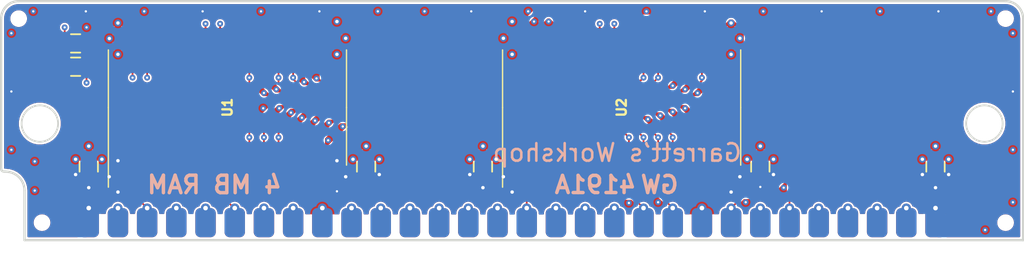
<source format=kicad_pcb>
(kicad_pcb (version 20171130) (host pcbnew "(5.1.10-1-10_14)")
  (layers (0 F.Cu signal) (1 In1.Cu power) (2 In2.Cu signal) (31 B.Cu power) (34 B.Paste user) (35 F.Paste user) (36 B.SilkS user) (37 F.SilkS user) (38 B.Mask user) (39 F.Mask user) (44 Edge.Cuts user))
  (net 0 "")
  (net 1 +5V)
  (net 2 /D0)
  (net 3 /D1)
  (net 4 /~WE~)
  (net 5 /~RAS~)
  (net 6 /~CAS~)
  (net 7 /D2)
  (net 8 /D3)
  (net 9 GND)
  (net 10 /D4)
  (net 11 /D5)
  (net 12 /D6)
  (net 13 /D7)
  (net 14 /QP)
  (net 15 /~CASP~)
  (net 16 /DP)
  (net 17 /1A0)
  (net 18 /1A1)
  (net 19 /1A2)
  (net 20 /1A3)
  (net 21 /1A4)
  (net 22 /1A5)
  (net 23 /1A6)
  (net 24 /1A7)
  (net 25 /1A8)
  (net 26 /1A10)
  (net 27 /1A9)
  (net 28 "Net-(U1-Pad27)")
  (net 29 "Net-(U1-Pad24)")
  (net 30 /1A11)
  (net 31 "Net-(U2-Pad27)")
  (net 32 "Net-(U2-Pad24)")
  (net 33 /~OE~)
  (net 34 "Net-(U1-Pad29)")
  (net 35 "Net-(U1-Pad28)")
  (net 36 "Net-(U1-Pad7)")
  (net 37 "Net-(U1-Pad6)")
  (net 38 "Net-(U1-Pad5)")
  (net 39 "Net-(U1-Pad4)")
  (net 40 "Net-(U2-Pad4)")
  (net 41 "Net-(U2-Pad5)")
  (net 42 "Net-(U2-Pad6)")
  (net 43 "Net-(U2-Pad7)")
  (net 44 "Net-(U2-Pad28)")
  (net 45 "Net-(U2-Pad29)")
  (module stdpads:SOP-32_400mil (layer F.Cu) (at 95.885 90.043 90)
    (fp_text reference U1)
    (fp_text value KM44C16104)
    (fp_text user %R (at 0 0 90) (layer F.SilkS) (effects (font (size 0.8128 0.8128) (thickness 0.2032))))
    (pad 1 smd roundrect (at -6.015 -9.525 90) (size 1.85 0.6) (layers F.Cu F.Paste F.Mask) (net 1 +5V))
    (pad 2 smd roundrect (at -6.015 -8.255 90) (size 1.85 0.6) (layers F.Cu F.Paste F.Mask) (net 2 /D0))
    (pad 3 smd roundrect (at -6.015 -6.985 90) (size 1.85 0.6) (layers F.Cu F.Paste F.Mask) (net 3 /D1))
    (pad 4 smd roundrect (at -6.015 -5.715 90) (size 1.85 0.6) (layers F.Cu F.Paste F.Mask) (net 39 "Net-(U1-Pad4)"))
    (pad 5 smd roundrect (at -6.015 -4.445 90) (size 1.85 0.6) (layers F.Cu F.Paste F.Mask) (net 38 "Net-(U1-Pad5)"))
    (pad 6 smd roundrect (at -6.015 -3.175 90) (size 1.85 0.6) (layers F.Cu F.Paste F.Mask) (net 37 "Net-(U1-Pad6)"))
    (pad 7 smd roundrect (at -6.015 -1.905 90) (size 1.85 0.6) (layers F.Cu F.Paste F.Mask) (net 36 "Net-(U1-Pad7)"))
    (pad 8 smd roundrect (at -6.015 -0.635 90) (size 1.85 0.6) (layers F.Cu F.Paste F.Mask) (net 4 /~WE~))
    (pad 9 smd roundrect (at -6.015 0.635 90) (size 1.85 0.6) (layers F.Cu F.Paste F.Mask) (net 5 /~RAS~))
    (pad 10 smd roundrect (at -6.015 1.905 90) (size 1.85 0.6) (layers F.Cu F.Paste F.Mask) (net 17 /1A0))
    (pad 11 smd roundrect (at -6.015 3.175 90) (size 1.85 0.6) (layers F.Cu F.Paste F.Mask) (net 18 /1A1))
    (pad 12 smd roundrect (at -6.015 4.445 90) (size 1.85 0.6) (layers F.Cu F.Paste F.Mask) (net 19 /1A2))
    (pad 13 smd roundrect (at -6.015 5.715 90) (size 1.85 0.6) (layers F.Cu F.Paste F.Mask) (net 20 /1A3))
    (pad 14 smd roundrect (at -6.015 6.985 90) (size 1.85 0.6) (layers F.Cu F.Paste F.Mask) (net 21 /1A4))
    (pad 15 smd roundrect (at -6.015 8.255 90) (size 1.85 0.6) (layers F.Cu F.Paste F.Mask) (net 22 /1A5))
    (pad 16 smd roundrect (at -6.015 9.525 90) (size 1.85 0.6) (layers F.Cu F.Paste F.Mask) (net 1 +5V))
    (pad 17 smd roundrect (at 6.015 9.525 90) (size 1.85 0.6) (layers F.Cu F.Paste F.Mask) (net 9 GND))
    (pad 18 smd roundrect (at 6.015 8.255 90) (size 1.85 0.6) (layers F.Cu F.Paste F.Mask) (net 23 /1A6))
    (pad 19 smd roundrect (at 6.015 6.985 90) (size 1.85 0.6) (layers F.Cu F.Paste F.Mask) (net 24 /1A7))
    (pad 20 smd roundrect (at 6.015 5.715 90) (size 1.85 0.6) (layers F.Cu F.Paste F.Mask) (net 25 /1A8))
    (pad 21 smd roundrect (at 6.015 4.445 90) (size 1.85 0.6) (layers F.Cu F.Paste F.Mask) (net 27 /1A9))
    (pad 22 smd roundrect (at 6.015 3.175 90) (size 1.85 0.6) (layers F.Cu F.Paste F.Mask) (net 26 /1A10))
    (pad 23 smd roundrect (at 6.015 1.905 90) (size 1.85 0.6) (layers F.Cu F.Paste F.Mask) (net 30 /1A11))
    (pad 24 smd roundrect (at 6.015 0.635 90) (size 1.85 0.6) (layers F.Cu F.Paste F.Mask) (net 29 "Net-(U1-Pad24)"))
    (pad 25 smd roundrect (at 6.015 -0.635 90) (size 1.85 0.6) (layers F.Cu F.Paste F.Mask) (net 33 /~OE~))
    (pad 26 smd roundrect (at 6.015 -1.905 90) (size 1.85 0.6) (layers F.Cu F.Paste F.Mask) (net 6 /~CAS~))
    (pad 27 smd roundrect (at 6.015 -3.175 90) (size 1.85 0.6) (layers F.Cu F.Paste F.Mask) (net 28 "Net-(U1-Pad27)"))
    (pad 28 smd roundrect (at 6.015 -4.445 90) (size 1.85 0.6) (layers F.Cu F.Paste F.Mask) (net 35 "Net-(U1-Pad28)"))
    (pad 29 smd roundrect (at 6.015 -5.715 90) (size 1.85 0.6) (layers F.Cu F.Paste F.Mask) (net 34 "Net-(U1-Pad29)"))
    (pad 30 smd roundrect (at 6.015 -6.985 90) (size 1.85 0.6) (layers F.Cu F.Paste F.Mask) (net 7 /D2))
    (pad 31 smd roundrect (at 6.015 -8.255 90) (size 1.85 0.6) (layers F.Cu F.Paste F.Mask) (net 8 /D3))
    (pad 32 smd roundrect (at 6.015 -9.525 90) (size 1.85 0.6) (layers F.Cu F.Paste F.Mask) (net 9 GND))
  )
  (module stdpads:SOP-32_400mil (layer F.Cu) (at 130.175 90.043 90)
    (fp_text reference U2)
    (fp_text value KM44C16104)
    (fp_text user %R (at 0 0 90) (layer F.SilkS) (effects (font (size 0.8128 0.8128) (thickness 0.2032))))
    (pad 1 smd roundrect (at -6.015 -9.525 90) (size 1.85 0.6) (layers F.Cu F.Paste F.Mask) (net 1 +5V))
    (pad 2 smd roundrect (at -6.015 -8.255 90) (size 1.85 0.6) (layers F.Cu F.Paste F.Mask) (net 10 /D4))
    (pad 3 smd roundrect (at -6.015 -6.985 90) (size 1.85 0.6) (layers F.Cu F.Paste F.Mask) (net 11 /D5))
    (pad 4 smd roundrect (at -6.015 -5.715 90) (size 1.85 0.6) (layers F.Cu F.Paste F.Mask) (net 40 "Net-(U2-Pad4)"))
    (pad 5 smd roundrect (at -6.015 -4.445 90) (size 1.85 0.6) (layers F.Cu F.Paste F.Mask) (net 41 "Net-(U2-Pad5)"))
    (pad 6 smd roundrect (at -6.015 -3.175 90) (size 1.85 0.6) (layers F.Cu F.Paste F.Mask) (net 42 "Net-(U2-Pad6)"))
    (pad 7 smd roundrect (at -6.015 -1.905 90) (size 1.85 0.6) (layers F.Cu F.Paste F.Mask) (net 43 "Net-(U2-Pad7)"))
    (pad 8 smd roundrect (at -6.015 -0.635 90) (size 1.85 0.6) (layers F.Cu F.Paste F.Mask) (net 4 /~WE~))
    (pad 9 smd roundrect (at -6.015 0.635 90) (size 1.85 0.6) (layers F.Cu F.Paste F.Mask) (net 5 /~RAS~))
    (pad 10 smd roundrect (at -6.015 1.905 90) (size 1.85 0.6) (layers F.Cu F.Paste F.Mask) (net 22 /1A5))
    (pad 11 smd roundrect (at -6.015 3.175 90) (size 1.85 0.6) (layers F.Cu F.Paste F.Mask) (net 21 /1A4))
    (pad 12 smd roundrect (at -6.015 4.445 90) (size 1.85 0.6) (layers F.Cu F.Paste F.Mask) (net 20 /1A3))
    (pad 13 smd roundrect (at -6.015 5.715 90) (size 1.85 0.6) (layers F.Cu F.Paste F.Mask) (net 19 /1A2))
    (pad 14 smd roundrect (at -6.015 6.985 90) (size 1.85 0.6) (layers F.Cu F.Paste F.Mask) (net 18 /1A1))
    (pad 15 smd roundrect (at -6.015 8.255 90) (size 1.85 0.6) (layers F.Cu F.Paste F.Mask) (net 17 /1A0))
    (pad 16 smd roundrect (at -6.015 9.525 90) (size 1.85 0.6) (layers F.Cu F.Paste F.Mask) (net 1 +5V))
    (pad 17 smd roundrect (at 6.015 9.525 90) (size 1.85 0.6) (layers F.Cu F.Paste F.Mask) (net 9 GND))
    (pad 18 smd roundrect (at 6.015 8.255 90) (size 1.85 0.6) (layers F.Cu F.Paste F.Mask) (net 30 /1A11))
    (pad 19 smd roundrect (at 6.015 6.985 90) (size 1.85 0.6) (layers F.Cu F.Paste F.Mask) (net 26 /1A10))
    (pad 20 smd roundrect (at 6.015 5.715 90) (size 1.85 0.6) (layers F.Cu F.Paste F.Mask) (net 27 /1A9))
    (pad 21 smd roundrect (at 6.015 4.445 90) (size 1.85 0.6) (layers F.Cu F.Paste F.Mask) (net 25 /1A8))
    (pad 22 smd roundrect (at 6.015 3.175 90) (size 1.85 0.6) (layers F.Cu F.Paste F.Mask) (net 24 /1A7))
    (pad 23 smd roundrect (at 6.015 1.905 90) (size 1.85 0.6) (layers F.Cu F.Paste F.Mask) (net 23 /1A6))
    (pad 24 smd roundrect (at 6.015 0.635 90) (size 1.85 0.6) (layers F.Cu F.Paste F.Mask) (net 32 "Net-(U2-Pad24)"))
    (pad 25 smd roundrect (at 6.015 -0.635 90) (size 1.85 0.6) (layers F.Cu F.Paste F.Mask) (net 33 /~OE~))
    (pad 26 smd roundrect (at 6.015 -1.905 90) (size 1.85 0.6) (layers F.Cu F.Paste F.Mask) (net 6 /~CAS~))
    (pad 27 smd roundrect (at 6.015 -3.175 90) (size 1.85 0.6) (layers F.Cu F.Paste F.Mask) (net 31 "Net-(U2-Pad27)"))
    (pad 28 smd roundrect (at 6.015 -4.445 90) (size 1.85 0.6) (layers F.Cu F.Paste F.Mask) (net 44 "Net-(U2-Pad28)"))
    (pad 29 smd roundrect (at 6.015 -5.715 90) (size 1.85 0.6) (layers F.Cu F.Paste F.Mask) (net 45 "Net-(U2-Pad29)"))
    (pad 30 smd roundrect (at 6.015 -6.985 90) (size 1.85 0.6) (layers F.Cu F.Paste F.Mask) (net 12 /D6))
    (pad 31 smd roundrect (at 6.015 -8.255 90) (size 1.85 0.6) (layers F.Cu F.Paste F.Mask) (net 13 /D7))
    (pad 32 smd roundrect (at 6.015 -9.525 90) (size 1.85 0.6) (layers F.Cu F.Paste F.Mask) (net 9 GND))
  )
  (module stdpads:PasteHole_1.152mm_NPTH (layer F.Cu) (at 163.576 100.076)
    (fp_text reference H3)
    (fp_text value MountingHole hide)
    (pad "" np_thru_hole circle (at 0 0) (size 1.152 1.152) (drill 1.152) (layers *.Cu *.Mask))
  )
  (module stdpads:PasteHole_1.152mm_NPTH (layer F.Cu) (at 79.756 100.076)
    (fp_text reference H4)
    (fp_text value MountingHole hide)
    (pad "" np_thru_hole circle (at 0 0) (size 1.152 1.152) (drill 1.152) (layers *.Cu *.Mask))
  )
  (module stdpads:PasteHole_1.152mm_NPTH (layer F.Cu) (at 163.576 82.296)
    (fp_text reference H2)
    (fp_text value MountingHole hide)
    (pad "" np_thru_hole circle (at 0 0) (size 1.152 1.152) (drill 1.152) (layers *.Cu *.Mask))
  )
  (module stdpads:SIMM-30_Edge (layer F.Cu) (at 120.65 99.822)
    (fp_text reference J1)
    (fp_text value DRAM-SIMM-30)
    (pad 1 smd roundrect (at -36.83 0.254) (size 1.778 2.54) (layers B.Cu B.Mask) (net 1 +5V))
    (pad 1 smd roundrect (at -36.83 0.254) (size 1.778 2.54) (layers F.Cu F.Mask) (net 1 +5V))
    (pad 2 smd roundrect (at -34.29 0.254) (size 1.778 2.54) (layers B.Cu B.Mask) (net 6 /~CAS~))
    (pad 3 smd roundrect (at -31.75 0.254) (size 1.778 2.54) (layers B.Cu B.Mask) (net 2 /D0))
    (pad 4 smd roundrect (at -29.21 0.254) (size 1.778 2.54) (layers B.Cu B.Mask) (net 17 /1A0))
    (pad 5 smd roundrect (at -26.67 0.254) (size 1.778 2.54) (layers B.Cu B.Mask) (net 18 /1A1))
    (pad 6 smd roundrect (at -24.13 0.254) (size 1.778 2.54) (layers B.Cu B.Mask) (net 3 /D1))
    (pad 7 smd roundrect (at -21.59 0.254) (size 1.778 2.54) (layers B.Cu B.Mask) (net 19 /1A2))
    (pad 8 smd roundrect (at -19.05 0.254) (size 1.778 2.54) (layers B.Cu B.Mask) (net 30 /1A11))
    (pad 9 smd roundrect (at -16.51 0.254) (size 1.778 2.54) (layers B.Cu B.Mask) (net 9 GND))
    (pad 10 smd roundrect (at -13.97 0.254) (size 1.778 2.54) (layers B.Cu B.Mask) (net 7 /D2))
    (pad 11 smd roundrect (at -11.43 0.254) (size 1.778 2.54) (layers B.Cu B.Mask) (net 27 /1A9))
    (pad 12 smd roundrect (at -8.89 0.254) (size 1.778 2.54) (layers B.Cu B.Mask) (net 25 /1A8))
    (pad 13 smd roundrect (at -6.35 0.254) (size 1.778 2.54) (layers B.Cu B.Mask) (net 8 /D3))
    (pad 14 smd roundrect (at -3.81 0.254) (size 1.778 2.54) (layers B.Cu B.Mask) (net 23 /1A6))
    (pad 15 smd roundrect (at -1.27 0.254) (size 1.778 2.54) (layers B.Cu B.Mask) (net 24 /1A7))
    (pad 16 smd roundrect (at 1.27 0.254) (size 1.778 2.54) (layers B.Cu B.Mask) (net 10 /D4))
    (pad 17 smd roundrect (at 3.81 0.254) (size 1.778 2.54) (layers B.Cu B.Mask) (net 26 /1A10))
    (pad 18 smd roundrect (at 6.35 0.254) (size 1.778 2.54) (layers B.Cu B.Mask) (net 22 /1A5))
    (pad 19 smd roundrect (at 8.89 0.254) (size 1.778 2.54) (layers B.Cu B.Mask) (net 21 /1A4))
    (pad 20 smd roundrect (at 11.43 0.254) (size 1.778 2.54) (layers B.Cu B.Mask) (net 11 /D5))
    (pad 21 smd roundrect (at 13.97 0.254) (size 1.778 2.54) (layers B.Cu B.Mask) (net 4 /~WE~))
    (pad 22 smd roundrect (at 16.51 0.254) (size 1.778 2.54) (layers B.Cu B.Mask) (net 9 GND))
    (pad 23 smd roundrect (at 19.05 0.254) (size 1.778 2.54) (layers B.Cu B.Mask) (net 12 /D6))
    (pad 24 smd roundrect (at 21.59 0.254) (size 1.778 2.54) (layers B.Cu B.Mask) (net 20 /1A3))
    (pad 25 smd roundrect (at 24.13 0.254) (size 1.778 2.54) (layers B.Cu B.Mask) (net 13 /D7))
    (pad 26 smd roundrect (at 26.67 0.254) (size 1.778 2.54) (layers B.Cu B.Mask) (net 14 /QP))
    (pad 27 smd roundrect (at 29.21 0.254) (size 1.778 2.54) (layers B.Cu B.Mask) (net 5 /~RAS~))
    (pad 28 smd roundrect (at 31.75 0.254) (size 1.778 2.54) (layers B.Cu B.Mask) (net 15 /~CASP~))
    (pad 29 smd roundrect (at 34.29 0.254) (size 1.778 2.54) (layers B.Cu B.Mask) (net 16 /DP))
    (pad 30 smd roundrect (at 36.83 0.254) (size 1.778 2.54) (layers B.Cu B.Mask) (net 1 +5V))
    (pad 2 smd roundrect (at -34.29 0.254) (size 1.778 2.54) (layers F.Cu F.Mask) (net 6 /~CAS~))
    (pad 3 thru_hole circle (at -31.75 -1.016) (size 0.8 0.8) (drill 0.4) (layers *.Cu *.Mask) (net 2 /D0))
    (pad 11 smd roundrect (at -11.43 0.254) (size 1.778 2.54) (layers F.Cu F.Mask) (net 27 /1A9))
    (pad 5 smd roundrect (at -26.67 0.254) (size 1.778 2.54) (layers F.Cu F.Mask) (net 18 /1A1))
    (pad 12 smd roundrect (at -8.89 0.254) (size 1.778 2.54) (layers F.Cu F.Mask) (net 25 /1A8))
    (pad 26 smd roundrect (at 26.67 0.254) (size 1.778 2.54) (layers F.Cu F.Mask) (net 14 /QP))
    (pad 13 smd roundrect (at -6.35 0.254) (size 1.778 2.54) (layers F.Cu F.Mask) (net 8 /D3))
    (pad 14 smd roundrect (at -3.81 0.254) (size 1.778 2.54) (layers F.Cu F.Mask) (net 23 /1A6))
    (pad 4 smd roundrect (at -29.21 0.254) (size 1.778 2.54) (layers F.Cu F.Mask) (net 17 /1A0))
    (pad 29 smd roundrect (at 34.29 0.254) (size 1.778 2.54) (layers F.Cu F.Mask) (net 16 /DP))
    (pad 3 smd roundrect (at -31.75 0.254) (size 1.778 2.54) (layers F.Cu F.Mask) (net 2 /D0))
    (pad 24 smd roundrect (at 21.59 0.254) (size 1.778 2.54) (layers F.Cu F.Mask) (net 20 /1A3))
    (pad 16 smd roundrect (at 1.27 0.254) (size 1.778 2.54) (layers F.Cu F.Mask) (net 10 /D4))
    (pad 20 smd roundrect (at 11.43 0.254) (size 1.778 2.54) (layers F.Cu F.Mask) (net 11 /D5))
    (pad 23 smd roundrect (at 19.05 0.254) (size 1.778 2.54) (layers F.Cu F.Mask) (net 12 /D6))
    (pad 9 smd roundrect (at -16.51 0.254) (size 1.778 2.54) (layers F.Cu F.Mask) (net 9 GND))
    (pad 18 smd roundrect (at 6.35 0.254) (size 1.778 2.54) (layers F.Cu F.Mask) (net 22 /1A5))
    (pad 21 smd roundrect (at 13.97 0.254) (size 1.778 2.54) (layers F.Cu F.Mask) (net 4 /~WE~))
    (pad 19 smd roundrect (at 8.89 0.254) (size 1.778 2.54) (layers F.Cu F.Mask) (net 21 /1A4))
    (pad 10 smd roundrect (at -13.97 0.254) (size 1.778 2.54) (layers F.Cu F.Mask) (net 7 /D2))
    (pad 22 smd roundrect (at 16.51 0.254) (size 1.778 2.54) (layers F.Cu F.Mask) (net 9 GND))
    (pad 6 smd roundrect (at -24.13 0.254) (size 1.778 2.54) (layers F.Cu F.Mask) (net 3 /D1))
    (pad 17 smd roundrect (at 3.81 0.254) (size 1.778 2.54) (layers F.Cu F.Mask) (net 26 /1A10))
    (pad 7 smd roundrect (at -21.59 0.254) (size 1.778 2.54) (layers F.Cu F.Mask) (net 19 /1A2))
    (pad 8 smd roundrect (at -19.05 0.254) (size 1.778 2.54) (layers F.Cu F.Mask) (net 30 /1A11))
    (pad 27 smd roundrect (at 29.21 0.254) (size 1.778 2.54) (layers F.Cu F.Mask) (net 5 /~RAS~))
    (pad 28 smd roundrect (at 31.75 0.254) (size 1.778 2.54) (layers F.Cu F.Mask) (net 15 /~CASP~))
    (pad 30 smd roundrect (at 36.83 0.254) (size 1.778 2.54) (layers F.Cu F.Mask) (net 1 +5V))
    (pad 15 smd roundrect (at -1.27 0.254) (size 1.778 2.54) (layers F.Cu F.Mask) (net 24 /1A7))
    (pad 25 smd roundrect (at 24.13 0.254) (size 1.778 2.54) (layers F.Cu F.Mask) (net 13 /D7))
    (pad 2 thru_hole circle (at -34.29 -1.016) (size 0.8 0.8) (drill 0.4) (layers *.Cu *.Mask) (net 6 /~CAS~))
    (pad 1 thru_hole circle (at -36.83 -1.016) (size 0.8 0.8) (drill 0.4) (layers *.Cu *.Mask) (net 1 +5V))
    (pad 5 thru_hole circle (at -26.67 -1.016) (size 0.8 0.8) (drill 0.4) (layers *.Cu *.Mask) (net 18 /1A1))
    (pad 4 thru_hole circle (at -29.21 -1.016) (size 0.8 0.8) (drill 0.4) (layers *.Cu *.Mask) (net 17 /1A0))
    (pad 6 thru_hole circle (at -24.13 -1.016) (size 0.8 0.8) (drill 0.4) (layers *.Cu *.Mask) (net 3 /D1))
    (pad 7 thru_hole circle (at -21.59 -1.016) (size 0.8 0.8) (drill 0.4) (layers *.Cu *.Mask) (net 19 /1A2))
    (pad 9 thru_hole circle (at -16.51 -1.016) (size 0.8 0.8) (drill 0.4) (layers *.Cu *.Mask) (net 9 GND))
    (pad 8 thru_hole circle (at -19.05 -1.016) (size 0.8 0.8) (drill 0.4) (layers *.Cu *.Mask) (net 30 /1A11))
    (pad 11 thru_hole circle (at -11.43 -1.016) (size 0.8 0.8) (drill 0.4) (layers *.Cu *.Mask) (net 27 /1A9))
    (pad 10 thru_hole circle (at -13.97 -1.016) (size 0.8 0.8) (drill 0.4) (layers *.Cu *.Mask) (net 7 /D2))
    (pad 12 thru_hole circle (at -8.89 -1.016) (size 0.8 0.8) (drill 0.4) (layers *.Cu *.Mask) (net 25 /1A8))
    (pad 14 thru_hole circle (at -3.81 -1.016) (size 0.8 0.8) (drill 0.4) (layers *.Cu *.Mask) (net 23 /1A6))
    (pad 13 thru_hole circle (at -6.35 -1.016) (size 0.8 0.8) (drill 0.4) (layers *.Cu *.Mask) (net 8 /D3))
    (pad 15 thru_hole circle (at -1.27 -1.016) (size 0.8 0.8) (drill 0.4) (layers *.Cu *.Mask) (net 24 /1A7))
    (pad 17 thru_hole circle (at 3.81 -1.016) (size 0.8 0.8) (drill 0.4) (layers *.Cu *.Mask) (net 26 /1A10))
    (pad 16 thru_hole circle (at 1.27 -1.016) (size 0.8 0.8) (drill 0.4) (layers *.Cu *.Mask) (net 10 /D4))
    (pad 18 thru_hole circle (at 6.35 -1.016) (size 0.8 0.8) (drill 0.4) (layers *.Cu *.Mask) (net 22 /1A5))
    (pad 27 thru_hole circle (at 29.21 -1.016) (size 0.8 0.8) (drill 0.4) (layers *.Cu *.Mask) (net 5 /~RAS~))
    (pad 26 thru_hole circle (at 26.67 -1.016) (size 0.8 0.8) (drill 0.4) (layers *.Cu *.Mask) (net 14 /QP))
    (pad 28 thru_hole circle (at 31.75 -1.016) (size 0.8 0.8) (drill 0.4) (layers *.Cu *.Mask) (net 15 /~CASP~))
    (pad 21 thru_hole circle (at 13.97 -1.016) (size 0.8 0.8) (drill 0.4) (layers *.Cu *.Mask) (net 4 /~WE~))
    (pad 20 thru_hole circle (at 11.43 -1.016) (size 0.8 0.8) (drill 0.4) (layers *.Cu *.Mask) (net 11 /D5))
    (pad 22 thru_hole circle (at 16.51 -1.016) (size 0.8 0.8) (drill 0.4) (layers *.Cu *.Mask) (net 9 GND))
    (pad 24 thru_hole circle (at 21.59 -1.016) (size 0.8 0.8) (drill 0.4) (layers *.Cu *.Mask) (net 20 /1A3))
    (pad 23 thru_hole circle (at 19.05 -1.016) (size 0.8 0.8) (drill 0.4) (layers *.Cu *.Mask) (net 12 /D6))
    (pad 25 thru_hole circle (at 24.13 -1.016) (size 0.8 0.8) (drill 0.4) (layers *.Cu *.Mask) (net 13 /D7))
    (pad 19 thru_hole circle (at 8.89 -1.016) (size 0.8 0.8) (drill 0.4) (layers *.Cu *.Mask) (net 21 /1A4))
    (pad 29 thru_hole circle (at 34.29 -1.016) (size 0.8 0.8) (drill 0.4) (layers *.Cu *.Mask) (net 16 /DP))
    (pad 30 thru_hole circle (at 36.83 -1.016) (size 0.8 0.8) (drill 0.4) (layers *.Cu *.Mask) (net 1 +5V))
  )
  (module stdpads:C_0805 (layer F.Cu) (at 118.11 95.2255 90)
    (fp_text reference C3)
    (fp_text value 100n)
    (pad 2 smd roundrect (at 0.85 0 90) (size 1.05 1.4) (layers F.Cu F.Paste F.Mask) (net 9 GND))
    (pad 1 smd roundrect (at -0.85 0 90) (size 1.05 1.4) (layers F.Cu F.Paste F.Mask) (net 1 +5V))
  )
  (module stdpads:C_0805 (layer F.Cu) (at 107.95 95.2255 90)
    (fp_text reference C2)
    (fp_text value 100n)
    (pad 1 smd roundrect (at -0.85 0 90) (size 1.05 1.4) (layers F.Cu F.Paste F.Mask) (net 1 +5V))
    (pad 2 smd roundrect (at 0.85 0 90) (size 1.05 1.4) (layers F.Cu F.Paste F.Mask) (net 9 GND))
  )
  (module stdpads:C_0805 (layer F.Cu) (at 142.24 95.2255 90)
    (fp_text reference C4)
    (fp_text value 100n)
    (pad 1 smd roundrect (at -0.85 0 90) (size 1.05 1.4) (layers F.Cu F.Paste F.Mask) (net 1 +5V))
    (pad 2 smd roundrect (at 0.85 0 90) (size 1.05 1.4) (layers F.Cu F.Paste F.Mask) (net 9 GND))
  )
  (module stdpads:C_0805 (layer F.Cu) (at 83.82 95.2255 90)
    (fp_text reference C1)
    (fp_text value 100n)
    (pad 2 smd roundrect (at 0.85 0 90) (size 1.05 1.4) (layers F.Cu F.Paste F.Mask) (net 9 GND))
    (pad 1 smd roundrect (at -0.85 0 90) (size 1.05 1.4) (layers F.Cu F.Paste F.Mask) (net 1 +5V))
  )
  (module stdpads:C_0805 (layer F.Cu) (at 157.48 95.2255 90)
    (fp_text reference C5)
    (fp_text value 100n)
    (pad 1 smd roundrect (at -0.85 0 90) (size 1.05 1.4) (layers F.Cu F.Paste F.Mask) (net 1 +5V))
    (pad 2 smd roundrect (at 0.85 0 90) (size 1.05 1.4) (layers F.Cu F.Paste F.Mask) (net 9 GND))
  )
  (module stdpads:R_0805 (layer F.Cu) (at 82.677 86.487 180)
    (fp_text reference R1)
    (fp_text value EDO)
    (pad 2 smd roundrect (at 0.95 0 180) (size 0.85 1.4) (layers F.Cu F.Paste F.Mask) (net 33 /~OE~))
    (pad 1 smd roundrect (at -0.95 0 180) (size 0.85 1.4) (layers F.Cu F.Paste F.Mask) (net 6 /~CAS~))
  )
  (module stdpads:R_0805 (layer F.Cu) (at 82.677 84.455)
    (fp_text reference R2)
    (fp_text value FPM)
    (pad 1 smd roundrect (at -0.95 0) (size 0.85 1.4) (layers F.Cu F.Paste F.Mask) (net 33 /~OE~))
    (pad 2 smd roundrect (at 0.95 0) (size 0.85 1.4) (layers F.Cu F.Paste F.Mask) (net 9 GND))
  )
  (module stdpads:PasteHole_1.152mm_NPTH (layer F.Cu) (at 77.724 82.296)
    (fp_text reference H1)
    (fp_text value MountingHole hide)
    (pad "" np_thru_hole circle (at 0 0) (size 1.152 1.152) (drill 1.152) (layers *.Cu *.Mask))
  )
  (gr_text "4 MB RAM" (at 94.742 96.774) (layer B.SilkS) (effects (font (size 1.524 1.524) (thickness 0.3)) (justify mirror)))
  (gr_text "Garrett’s Workshop" (at 129.794 93.98) (layer B.SilkS) (effects (font (size 1.524 1.524) (thickness 0.225)) (justify mirror)))
  (gr_text 4191A (at 127.889 96.774) (layer B.SilkS) (effects (font (size 1.5 1.5) (thickness 0.3)) (justify mirror)))
  (gr_text GW (at 133.477 96.774) (layer B.SilkS) (effects (font (size 1.5 1.5) (thickness 0.3)) (justify mirror)))
  (gr_arc (start 76.454 95.377) (end 76.2 95.377) (angle -90) (layer Edge.Cuts) (width 0.2))
  (gr_arc (start 77.724 82.296) (end 77.724 80.772) (angle -90) (layer Edge.Cuts) (width 0.2))
  (gr_arc (start 163.576 82.296) (end 165.1 82.296) (angle -90) (layer Edge.Cuts) (width 0.2))
  (gr_line (start 76.581 95.631) (end 76.454 95.631) (layer Edge.Cuts) (width 0.2))
  (gr_line (start 78.232 101.6) (end 78.232 97.282) (layer Edge.Cuts) (width 0.2))
  (gr_circle (center 79.5655 91.44) (end 77.978 91.44) (layer Edge.Cuts) (width 0.15))
  (gr_circle (center 161.7345 91.44) (end 163.322 91.44) (layer Edge.Cuts) (width 0.15))
  (gr_line (start 76.2 95.377) (end 76.2 82.296) (layer Edge.Cuts) (width 0.2))
  (gr_arc (start 76.581 97.282) (end 78.232 97.282) (angle -90) (layer Edge.Cuts) (width 0.2))
  (gr_line (start 165.1 82.296) (end 165.1 101.6) (layer Edge.Cuts) (width 0.2))
  (gr_line (start 77.724 80.772) (end 163.576 80.772) (layer Edge.Cuts) (width 0.2))
  (gr_line (start 165.1 101.6) (end 78.232 101.6) (layer Edge.Cuts) (width 0.2))
  (via (at 83.82 97.028) (size 0.6) (drill 0.3) (layers F.Cu B.Cu) (net 1))
  (segment (start 83.82 96.0755) (end 83.82 97.028) (width 0.6) (layer F.Cu) (net 1))
  (segment (start 143.1925 96.0755) (end 143.383 95.885) (width 0.6) (layer F.Cu) (net 1))
  (via (at 143.383 95.885) (size 0.6) (drill 0.3) (layers F.Cu B.Cu) (net 1))
  (segment (start 142.24 96.0755) (end 143.1925 96.0755) (width 0.6) (layer F.Cu) (net 1))
  (via (at 82.677 95.885) (size 0.6) (drill 0.3) (layers F.Cu B.Cu) (net 1))
  (segment (start 82.8675 96.0755) (end 82.677 95.885) (width 0.6) (layer F.Cu) (net 1))
  (segment (start 83.82 96.0755) (end 82.8675 96.0755) (width 0.6) (layer F.Cu) (net 1))
  (via (at 156.337 95.885) (size 0.6) (drill 0.3) (layers F.Cu B.Cu) (net 1))
  (segment (start 156.5275 96.0755) (end 156.337 95.885) (width 0.6) (layer F.Cu) (net 1))
  (segment (start 157.48 96.0755) (end 156.5275 96.0755) (width 0.6) (layer F.Cu) (net 1))
  (via (at 158.623 95.885) (size 0.6) (drill 0.3) (layers F.Cu B.Cu) (net 1))
  (segment (start 158.4325 96.0755) (end 158.623 95.885) (width 0.6) (layer F.Cu) (net 1))
  (segment (start 157.48 96.0755) (end 158.4325 96.0755) (width 0.6) (layer F.Cu) (net 1))
  (via (at 157.48 97.028) (size 0.6) (drill 0.3) (layers F.Cu B.Cu) (net 1))
  (segment (start 157.48 96.0755) (end 157.48 97.028) (width 0.6) (layer F.Cu) (net 1))
  (via (at 109.093 95.885) (size 0.6) (drill 0.3) (layers F.Cu B.Cu) (net 1))
  (segment (start 107.95 96.0755) (end 108.9025 96.0755) (width 0.6) (layer F.Cu) (net 1))
  (segment (start 108.9025 96.0755) (end 109.093 95.885) (width 0.6) (layer F.Cu) (net 1))
  (segment (start 118.11 96.0755) (end 118.11 97.028) (width 0.6) (layer F.Cu) (net 1))
  (via (at 118.11 97.028) (size 0.6) (drill 0.3) (layers F.Cu B.Cu) (net 1))
  (via (at 116.967 95.885) (size 0.6) (drill 0.3) (layers F.Cu B.Cu) (net 1))
  (segment (start 118.11 96.0755) (end 117.1575 96.0755) (width 0.6) (layer F.Cu) (net 1))
  (segment (start 117.1575 96.0755) (end 116.967 95.885) (width 0.6) (layer F.Cu) (net 1))
  (via (at 105.41 94.6785) (size 0.6) (drill 0.3) (layers F.Cu B.Cu) (net 1))
  (segment (start 105.41 96.058) (end 105.41 94.6785) (width 0.6) (layer F.Cu) (net 1))
  (via (at 106.172 96.0755) (size 0.6) (drill 0.3) (layers F.Cu B.Cu) (net 1))
  (segment (start 106.1545 96.058) (end 106.172 96.0755) (width 0.6) (layer F.Cu) (net 1))
  (segment (start 105.41 96.058) (end 106.1545 96.058) (width 0.6) (layer F.Cu) (net 1))
  (via (at 86.36 94.6785) (size 0.6) (drill 0.3) (layers F.Cu B.Cu) (net 1))
  (segment (start 86.36 96.058) (end 86.36 94.6785) (width 0.6) (layer F.Cu) (net 1))
  (via (at 86.36 97.409) (size 0.6) (drill 0.3) (layers F.Cu B.Cu) (net 1))
  (segment (start 86.36 96.058) (end 86.36 97.409) (width 0.6) (layer F.Cu) (net 1))
  (via (at 85.598 96.0755) (size 0.6) (drill 0.3) (layers F.Cu B.Cu) (net 1))
  (segment (start 85.6155 96.058) (end 85.598 96.0755) (width 0.6) (layer F.Cu) (net 1))
  (segment (start 86.36 96.058) (end 85.6155 96.058) (width 0.6) (layer F.Cu) (net 1))
  (via (at 120.65 97.409) (size 0.6) (drill 0.3) (layers F.Cu B.Cu) (net 1))
  (segment (start 120.65 96.058) (end 120.65 97.409) (width 0.6) (layer F.Cu) (net 1))
  (via (at 139.7 97.409) (size 0.6) (drill 0.3) (layers F.Cu B.Cu) (net 1))
  (segment (start 139.7 96.058) (end 139.7 97.409) (width 0.6) (layer F.Cu) (net 1))
  (via (at 140.462 96.0755) (size 0.6) (drill 0.3) (layers F.Cu B.Cu) (net 1))
  (segment (start 140.4445 96.058) (end 140.462 96.0755) (width 0.6) (layer F.Cu) (net 1))
  (segment (start 139.7 96.058) (end 140.4445 96.058) (width 0.6) (layer F.Cu) (net 1))
  (via (at 105.41 97.3455) (size 0.508) (drill 0.2) (layers F.Cu B.Cu) (net 1))
  (segment (start 105.41 96.058) (end 105.41 97.3455) (width 0.508) (layer F.Cu) (net 1))
  (segment (start 83.82 96.0755) (end 85.598 96.0755) (width 0.6) (layer F.Cu) (net 1))
  (segment (start 107.95 96.0755) (end 106.172 96.0755) (width 0.6) (layer F.Cu) (net 1))
  (via (at 119.888 96.0755) (size 0.6) (drill 0.3) (layers F.Cu B.Cu) (net 1))
  (segment (start 119.9055 96.058) (end 119.888 96.0755) (width 0.6) (layer F.Cu) (net 1))
  (segment (start 120.65 96.058) (end 119.9055 96.058) (width 0.6) (layer F.Cu) (net 1))
  (segment (start 119.888 96.0755) (end 118.11 96.0755) (width 0.6) (layer F.Cu) (net 1))
  (segment (start 140.462 96.0755) (end 142.24 96.0755) (width 0.6) (layer F.Cu) (net 1))
  (segment (start 83.82 97.028) (end 83.82 98.806) (width 0.6) (layer F.Cu) (net 1))
  (via (at 77.089 88.646) (size 0.508) (drill 0.2) (layers F.Cu B.Cu) (net 1))
  (via (at 164.211 88.646) (size 0.508) (drill 0.2) (layers F.Cu B.Cu) (net 1))
  (via (at 157.734 81.661) (size 0.508) (drill 0.2) (layers F.Cu B.Cu) (net 1))
  (via (at 147.574 81.661) (size 0.508) (drill 0.2) (layers F.Cu B.Cu) (net 1))
  (via (at 137.414 81.661) (size 0.508) (drill 0.2) (layers F.Cu B.Cu) (net 1))
  (via (at 127 81.661) (size 0.508) (drill 0.2) (layers F.Cu B.Cu) (net 1))
  (via (at 117.094 81.661) (size 0.508) (drill 0.2) (layers F.Cu B.Cu) (net 1))
  (via (at 83.566 81.661) (size 0.508) (drill 0.2) (layers F.Cu B.Cu) (net 1))
  (via (at 93.726 81.661) (size 0.508) (drill 0.2) (layers F.Cu B.Cu) (net 1))
  (via (at 103.886 81.661) (size 0.508) (drill 0.2) (layers F.Cu B.Cu) (net 1))
  (via (at 142.24 96.9645) (size 0.508) (drill 0.2) (layers F.Cu B.Cu) (net 1))
  (segment (start 142.24 96.0755) (end 142.24 96.9645) (width 0.508) (layer F.Cu) (net 1))
  (segment (start 88.9 100.076) (end 88.9 98.806) (width 0.1524) (layer F.Cu) (net 2))
  (segment (start 87.63 97.536) (end 88.9 98.806) (width 0.1524) (layer F.Cu) (net 2))
  (segment (start 87.63 96.058) (end 87.63 97.536) (width 0.1524) (layer F.Cu) (net 2))
  (segment (start 96.52 100.076) (end 96.52 98.552) (width 0.1524) (layer F.Cu) (net 3))
  (segment (start 96.4565 98.806) (end 96.52 98.806) (width 0.1524) (layer F.Cu) (net 3))
  (segment (start 95.3135 97.663) (end 96.4565 98.806) (width 0.1524) (layer F.Cu) (net 3))
  (segment (start 89.408 97.663) (end 95.3135 97.663) (width 0.1524) (layer F.Cu) (net 3))
  (segment (start 88.9 97.155) (end 89.408 97.663) (width 0.1524) (layer F.Cu) (net 3))
  (segment (start 88.9 96.058) (end 88.9 97.155) (width 0.1524) (layer F.Cu) (net 3))
  (segment (start 129.54 94.996) (end 129.54 97.155) (width 0.1524) (layer F.Cu) (net 4))
  (segment (start 113.88725 92.456) (end 127 92.456) (width 0.1524) (layer F.Cu) (net 4))
  (segment (start 133.35 97.536) (end 134.62 98.806) (width 0.1524) (layer F.Cu) (net 4))
  (segment (start 108.48975 97.8535) (end 113.88725 92.456) (width 0.1524) (layer F.Cu) (net 4))
  (segment (start 129.921 97.536) (end 133.35 97.536) (width 0.1524) (layer F.Cu) (net 4))
  (segment (start 95.9485 97.8535) (end 108.48975 97.8535) (width 0.1524) (layer F.Cu) (net 4))
  (segment (start 129.54 97.155) (end 129.921 97.536) (width 0.1524) (layer F.Cu) (net 4))
  (segment (start 127 92.456) (end 129.54 94.996) (width 0.1524) (layer F.Cu) (net 4))
  (segment (start 95.25 97.155) (end 95.9485 97.8535) (width 0.1524) (layer F.Cu) (net 4))
  (segment (start 95.25 96.693) (end 95.25 97.155) (width 0.1524) (layer F.Cu) (net 4))
  (via (at 130.81 92.6465) (size 0.508) (drill 0.2) (layers F.Cu B.Cu) (net 5))
  (segment (start 130.81 92.6465) (end 130.81 96.058) (width 0.1524) (layer F.Cu) (net 5))
  (segment (start 96.52 97.155) (end 96.52 96.693) (width 0.1524) (layer F.Cu) (net 5))
  (segment (start 96.901 97.536) (end 96.52 97.155) (width 0.1524) (layer F.Cu) (net 5))
  (segment (start 104.648 97.536) (end 96.901 97.536) (width 0.1524) (layer F.Cu) (net 5))
  (segment (start 104.775 97.409) (end 104.648 97.536) (width 0.1524) (layer F.Cu) (net 5))
  (segment (start 104.775 93.5355) (end 104.775 97.409) (width 0.1524) (layer F.Cu) (net 5))
  (segment (start 106.4895 91.821) (end 104.775 93.5355) (width 0.1524) (layer F.Cu) (net 5))
  (segment (start 129.9845 91.821) (end 106.4895 91.821) (width 0.1524) (layer F.Cu) (net 5))
  (segment (start 130.81 92.6465) (end 129.9845 91.821) (width 0.1524) (layer F.Cu) (net 5))
  (segment (start 83.627 87.8815) (end 83.627 86.487) (width 0.1524) (layer F.Cu) (net 6))
  (segment (start 83.6295 87.884) (end 83.627 87.8815) (width 0.1524) (layer F.Cu) (net 6))
  (via (at 83.6295 87.884) (size 0.508) (drill 0.2) (layers F.Cu B.Cu) (net 6))
  (segment (start 128.27 84.028) (end 128.27 82.7405) (width 0.1524) (layer F.Cu) (net 6))
  (via (at 128.27 82.7405) (size 0.508) (drill 0.2) (layers F.Cu B.Cu) (net 6))
  (segment (start 93.98 84.028) (end 93.98 82.7405) (width 0.1524) (layer F.Cu) (net 6))
  (via (at 93.98 82.7405) (size 0.508) (drill 0.2) (layers F.Cu B.Cu) (net 6))
  (via (at 88.9 87.4395) (size 0.508) (drill 0.2) (layers F.Cu B.Cu) (net 7))
  (segment (start 88.9 84.028) (end 88.9 87.4395) (width 0.1524) (layer F.Cu) (net 7))
  (via (at 87.63 87.4395) (size 0.508) (drill 0.2) (layers F.Cu B.Cu) (net 8))
  (segment (start 87.63 84.028) (end 87.63 87.4395) (width 0.1524) (layer F.Cu) (net 8))
  (via (at 132.461 91.059) (size 0.508) (drill 0.2) (layers F.Cu B.Cu) (net 9))
  (via (at 135.6995 88.4555) (size 0.508) (drill 0.2) (layers F.Cu B.Cu) (net 9))
  (via (at 134.62 90.424) (size 0.508) (drill 0.2) (layers F.Cu B.Cu) (net 9))
  (via (at 136.779 88.773) (size 0.508) (drill 0.2) (layers F.Cu B.Cu) (net 9))
  (via (at 133.5405 90.7415) (size 0.508) (drill 0.2) (layers F.Cu B.Cu) (net 9))
  (via (at 135.6995 90.1065) (size 0.508) (drill 0.2) (layers F.Cu B.Cu) (net 9))
  (via (at 134.62 88.138) (size 0.508) (drill 0.2) (layers F.Cu B.Cu) (net 9))
  (via (at 77.089 93.726) (size 0.508) (drill 0.2) (layers F.Cu B.Cu) (net 9))
  (via (at 77.089 83.566) (size 0.508) (drill 0.2) (layers F.Cu B.Cu) (net 9))
  (via (at 162.306 81.661) (size 0.508) (drill 0.2) (layers F.Cu B.Cu) (net 9))
  (via (at 164.211 98.298) (size 0.508) (drill 0.2) (layers F.Cu B.Cu) (net 9))
  (via (at 79.121 94.742) (size 0.508) (drill 0.2) (layers F.Cu B.Cu) (net 9))
  (via (at 141.097 94.5515) (size 0.6) (drill 0.3) (layers F.Cu B.Cu) (net 9))
  (segment (start 141.273 94.3755) (end 141.097 94.5515) (width 0.6) (layer F.Cu) (net 9))
  (segment (start 142.24 94.3755) (end 141.273 94.3755) (width 0.6) (layer F.Cu) (net 9))
  (segment (start 143.207 94.3755) (end 143.383 94.5515) (width 0.6) (layer F.Cu) (net 9))
  (segment (start 142.24 94.3755) (end 143.207 94.3755) (width 0.6) (layer F.Cu) (net 9))
  (via (at 142.24 93.4085) (size 0.6) (drill 0.3) (layers F.Cu B.Cu) (net 9))
  (segment (start 142.24 94.3755) (end 142.24 93.4085) (width 0.6) (layer F.Cu) (net 9))
  (via (at 106.807 94.5515) (size 0.6) (drill 0.3) (layers F.Cu B.Cu) (net 9))
  (segment (start 106.983 94.3755) (end 106.807 94.5515) (width 0.6) (layer F.Cu) (net 9))
  (segment (start 107.95 94.3755) (end 106.983 94.3755) (width 0.6) (layer F.Cu) (net 9))
  (via (at 109.093 94.5515) (size 0.6) (drill 0.3) (layers F.Cu B.Cu) (net 9))
  (segment (start 108.917 94.3755) (end 109.093 94.5515) (width 0.6) (layer F.Cu) (net 9))
  (segment (start 107.95 94.3755) (end 108.917 94.3755) (width 0.6) (layer F.Cu) (net 9))
  (via (at 82.677 94.5515) (size 0.6) (drill 0.3) (layers F.Cu B.Cu) (net 9))
  (segment (start 82.853 94.3755) (end 82.677 94.5515) (width 0.6) (layer F.Cu) (net 9))
  (segment (start 83.82 94.3755) (end 82.853 94.3755) (width 0.6) (layer F.Cu) (net 9))
  (via (at 84.963 94.5515) (size 0.6) (drill 0.3) (layers F.Cu B.Cu) (net 9))
  (segment (start 84.787 94.3755) (end 84.963 94.5515) (width 0.6) (layer F.Cu) (net 9))
  (segment (start 83.82 94.3755) (end 84.787 94.3755) (width 0.6) (layer F.Cu) (net 9))
  (via (at 83.82 93.4085) (size 0.6) (drill 0.3) (layers F.Cu B.Cu) (net 9))
  (segment (start 83.82 94.3755) (end 83.82 93.4085) (width 0.6) (layer F.Cu) (net 9))
  (via (at 158.623 94.5515) (size 0.6) (drill 0.3) (layers F.Cu B.Cu) (net 9))
  (segment (start 158.447 94.3755) (end 158.623 94.5515) (width 0.6) (layer F.Cu) (net 9))
  (segment (start 157.48 94.3755) (end 158.447 94.3755) (width 0.6) (layer F.Cu) (net 9))
  (segment (start 156.513 94.3755) (end 156.337 94.5515) (width 0.6) (layer F.Cu) (net 9))
  (via (at 156.337 94.5515) (size 0.6) (drill 0.3) (layers F.Cu B.Cu) (net 9))
  (segment (start 157.48 94.3755) (end 156.513 94.3755) (width 0.6) (layer F.Cu) (net 9))
  (via (at 157.48 93.4085) (size 0.6) (drill 0.3) (layers F.Cu B.Cu) (net 9))
  (segment (start 157.48 94.3755) (end 157.48 93.4085) (width 0.6) (layer F.Cu) (net 9))
  (segment (start 119.077 94.3755) (end 119.253 94.5515) (width 0.6) (layer F.Cu) (net 9))
  (via (at 119.253 94.5515) (size 0.6) (drill 0.3) (layers F.Cu B.Cu) (net 9))
  (segment (start 118.11 94.3755) (end 119.077 94.3755) (width 0.6) (layer F.Cu) (net 9))
  (via (at 116.967 94.5515) (size 0.6) (drill 0.3) (layers F.Cu B.Cu) (net 9))
  (segment (start 118.11 94.3755) (end 117.143 94.3755) (width 0.6) (layer F.Cu) (net 9))
  (segment (start 117.143 94.3755) (end 116.967 94.5515) (width 0.6) (layer F.Cu) (net 9))
  (via (at 143.383 94.5515) (size 0.6) (drill 0.3) (layers F.Cu B.Cu) (net 9))
  (via (at 107.95 93.4085) (size 0.6) (drill 0.3) (layers F.Cu B.Cu) (net 9))
  (segment (start 107.95 94.3755) (end 107.95 93.4085) (width 0.6) (layer F.Cu) (net 9))
  (via (at 83.6295 83.058) (size 0.508) (drill 0.2) (layers F.Cu B.Cu) (net 9))
  (segment (start 83.627 83.0605) (end 83.6295 83.058) (width 0.1524) (layer F.Cu) (net 9))
  (segment (start 83.627 84.455) (end 83.627 83.0605) (width 0.1524) (layer F.Cu) (net 9))
  (via (at 105.918 91.694) (size 0.508) (drill 0.2) (layers F.Cu B.Cu) (net 9))
  (via (at 122.555 82.55) (size 0.508) (drill 0.2) (layers F.Cu B.Cu) (net 9))
  (via (at 123.825 82.55) (size 0.508) (drill 0.2) (layers F.Cu B.Cu) (net 9))
  (via (at 104.7115 91.3765) (size 0.508) (drill 0.2) (layers F.Cu B.Cu) (net 9))
  (via (at 103.505 91.186) (size 0.508) (drill 0.2) (layers F.Cu B.Cu) (net 9))
  (via (at 102.362 90.932) (size 0.508) (drill 0.2) (layers F.Cu B.Cu) (net 9))
  (via (at 101.4095 90.4875) (size 0.508) (drill 0.2) (layers F.Cu B.Cu) (net 9))
  (via (at 100.3935 90.1065) (size 0.508) (drill 0.2) (layers F.Cu B.Cu) (net 9))
  (via (at 99.06 88.773) (size 0.508) (drill 0.2) (layers F.Cu B.Cu) (net 9))
  (via (at 103.632 87.503) (size 0.508) (drill 0.2) (layers F.Cu B.Cu) (net 9))
  (via (at 102.5525 87.8205) (size 0.508) (drill 0.2) (layers F.Cu B.Cu) (net 9))
  (via (at 118.11 93.4085) (size 0.6) (drill 0.3) (layers F.Cu B.Cu) (net 9))
  (segment (start 118.11 94.3755) (end 118.11 93.4085) (width 0.6) (layer F.Cu) (net 9))
  (via (at 86.36 82.677) (size 0.6) (drill 0.3) (layers F.Cu B.Cu) (net 9))
  (segment (start 86.36 84.028) (end 86.36 82.677) (width 0.6) (layer F.Cu) (net 9))
  (via (at 86.36 85.4075) (size 0.6) (drill 0.3) (layers F.Cu B.Cu) (net 9))
  (segment (start 86.36 84.028) (end 86.36 85.4075) (width 0.6) (layer F.Cu) (net 9))
  (via (at 105.41 85.4075) (size 0.6) (drill 0.3) (layers F.Cu B.Cu) (net 9))
  (segment (start 105.41 84.028) (end 105.41 85.4075) (width 0.6) (layer F.Cu) (net 9))
  (via (at 106.172 84.0105) (size 0.6) (drill 0.3) (layers F.Cu B.Cu) (net 9))
  (segment (start 106.1545 84.028) (end 106.172 84.0105) (width 0.6) (layer F.Cu) (net 9))
  (segment (start 105.41 84.028) (end 106.1545 84.028) (width 0.6) (layer F.Cu) (net 9))
  (via (at 119.888 84.0105) (size 0.6) (drill 0.3) (layers F.Cu B.Cu) (net 9))
  (segment (start 119.9055 84.028) (end 119.888 84.0105) (width 0.6) (layer F.Cu) (net 9))
  (segment (start 120.65 84.028) (end 119.9055 84.028) (width 0.6) (layer F.Cu) (net 9))
  (via (at 120.65 85.4075) (size 0.6) (drill 0.3) (layers F.Cu B.Cu) (net 9))
  (segment (start 120.65 84.028) (end 120.65 85.4075) (width 0.6) (layer F.Cu) (net 9))
  (via (at 139.7 82.677) (size 0.6) (drill 0.3) (layers F.Cu B.Cu) (net 9))
  (segment (start 139.7 84.028) (end 139.7 82.677) (width 0.6) (layer F.Cu) (net 9))
  (via (at 139.7 85.4075) (size 0.6) (drill 0.3) (layers F.Cu B.Cu) (net 9))
  (segment (start 139.7 84.028) (end 139.7 85.4075) (width 0.6) (layer F.Cu) (net 9))
  (via (at 140.462 84.0105) (size 0.6) (drill 0.3) (layers F.Cu B.Cu) (net 9))
  (segment (start 140.4445 84.028) (end 140.462 84.0105) (width 0.6) (layer F.Cu) (net 9))
  (segment (start 139.7 84.028) (end 140.4445 84.028) (width 0.6) (layer F.Cu) (net 9))
  (segment (start 120.65 84.028) (end 120.65 82.55) (width 0.6) (layer F.Cu) (net 9))
  (via (at 120.65 82.55) (size 0.6) (drill 0.3) (layers F.Cu B.Cu) (net 9))
  (segment (start 105.41 84.028) (end 105.41 82.55) (width 0.6) (layer F.Cu) (net 9))
  (via (at 105.41 82.55) (size 0.6) (drill 0.3) (layers F.Cu B.Cu) (net 9))
  (segment (start 85.6155 84.028) (end 86.36 84.028) (width 0.6) (layer F.Cu) (net 9))
  (via (at 85.6155 84.028) (size 0.6) (drill 0.3) (layers F.Cu B.Cu) (net 9))
  (via (at 100.1395 88.4555) (size 0.508) (drill 0.2) (layers F.Cu B.Cu) (net 9))
  (via (at 98.9965 90.1065) (size 0.508) (drill 0.2) (layers F.Cu B.Cu) (net 9))
  (via (at 133.35 98.298) (size 0.508) (drill 0.2) (layers F.Cu B.Cu) (net 9))
  (via (at 79.121 97.282) (size 0.508) (drill 0.2) (layers F.Cu B.Cu) (net 9))
  (via (at 161.798 100.711) (size 0.508) (drill 0.2) (layers F.Cu B.Cu) (net 9))
  (via (at 164.211 93.726) (size 0.508) (drill 0.2) (layers F.Cu B.Cu) (net 9))
  (via (at 164.211 83.566) (size 0.508) (drill 0.2) (layers F.Cu B.Cu) (net 9))
  (via (at 152.654 81.661) (size 0.508) (drill 0.2) (layers F.Cu B.Cu) (net 9))
  (via (at 142.494 81.661) (size 0.508) (drill 0.2) (layers F.Cu B.Cu) (net 9))
  (via (at 132.334 81.661) (size 0.508) (drill 0.2) (layers F.Cu B.Cu) (net 9))
  (via (at 122.047 81.661) (size 0.508) (drill 0.2) (layers F.Cu B.Cu) (net 9))
  (via (at 78.994 81.661) (size 0.508) (drill 0.2) (layers F.Cu B.Cu) (net 9))
  (via (at 88.646 81.661) (size 0.508) (drill 0.2) (layers F.Cu B.Cu) (net 9))
  (via (at 98.806 81.661) (size 0.508) (drill 0.2) (layers F.Cu B.Cu) (net 9))
  (via (at 108.966 81.661) (size 0.508) (drill 0.2) (layers F.Cu B.Cu) (net 9))
  (via (at 113.03 81.661) (size 0.508) (drill 0.2) (layers F.Cu B.Cu) (net 9))
  (via (at 144.272 97.028) (size 0.508) (drill 0.2) (layers F.Cu B.Cu) (net 9))
  (via (at 140.97 98.298) (size 0.508) (drill 0.2) (layers F.Cu B.Cu) (net 9))
  (via (at 130.81 98.3615) (size 0.508) (drill 0.2) (layers F.Cu B.Cu) (net 9))
  (via (at 104.648 92.9005) (size 0.508) (drill 0.2) (layers F.Cu B.Cu) (net 9))
  (segment (start 121.92 96.058) (end 121.92 98.806) (width 0.1524) (layer F.Cu) (net 10))
  (segment (start 129.794 97.8535) (end 131.1275 97.8535) (width 0.1524) (layer F.Cu) (net 11))
  (segment (start 123.571 97.536) (end 129.4765 97.536) (width 0.1524) (layer F.Cu) (net 11))
  (segment (start 131.1275 97.8535) (end 132.08 98.806) (width 0.1524) (layer F.Cu) (net 11))
  (segment (start 129.4765 97.536) (end 129.794 97.8535) (width 0.1524) (layer F.Cu) (net 11))
  (segment (start 123.19 97.155) (end 123.571 97.536) (width 0.1524) (layer F.Cu) (net 11))
  (segment (start 123.19 96.058) (end 123.19 97.155) (width 0.1524) (layer F.Cu) (net 11))
  (segment (start 141.0335 83.2485) (end 141.0335 90.424) (width 0.1524) (layer F.Cu) (net 12))
  (segment (start 144.4625 93.853) (end 144.4625 96.139) (width 0.1524) (layer F.Cu) (net 12))
  (segment (start 140.716 97.79) (end 139.7 98.806) (width 0.1524) (layer F.Cu) (net 12))
  (segment (start 139.47775 82.13725) (end 139.92225 82.13725) (width 0.1524) (layer F.Cu) (net 12))
  (segment (start 144.4625 96.139) (end 142.8115 97.79) (width 0.1524) (layer F.Cu) (net 12))
  (segment (start 139.1285 82.4865) (end 139.47775 82.13725) (width 0.1524) (layer F.Cu) (net 12))
  (segment (start 123.19 82.4865) (end 123.6345 82.042) (width 0.1524) (layer F.Cu) (net 12))
  (segment (start 139.92225 82.13725) (end 141.0335 83.2485) (width 0.1524) (layer F.Cu) (net 12))
  (segment (start 141.0335 90.424) (end 144.4625 93.853) (width 0.1524) (layer F.Cu) (net 12))
  (segment (start 129.921 81.915) (end 130.4925 82.4865) (width 0.1524) (layer F.Cu) (net 12))
  (segment (start 142.8115 97.79) (end 140.716 97.79) (width 0.1524) (layer F.Cu) (net 12))
  (segment (start 124.46 82.4865) (end 127.3175 82.4865) (width 0.1524) (layer F.Cu) (net 12))
  (segment (start 127.889 81.915) (end 129.921 81.915) (width 0.1524) (layer F.Cu) (net 12))
  (segment (start 127.3175 82.4865) (end 127.889 81.915) (width 0.1524) (layer F.Cu) (net 12))
  (segment (start 130.4925 82.4865) (end 139.1285 82.4865) (width 0.1524) (layer F.Cu) (net 12))
  (segment (start 124.0155 82.042) (end 124.46 82.4865) (width 0.1524) (layer F.Cu) (net 12))
  (segment (start 123.6345 82.042) (end 124.0155 82.042) (width 0.1524) (layer F.Cu) (net 12))
  (segment (start 123.19 83.393) (end 123.19 82.4865) (width 0.1524) (layer F.Cu) (net 12))
  (segment (start 144.78 93.726) (end 144.78 98.806) (width 0.1524) (layer F.Cu) (net 13))
  (segment (start 141.351 90.297) (end 144.78 93.726) (width 0.1524) (layer F.Cu) (net 13))
  (segment (start 141.351 83.1215) (end 141.351 90.297) (width 0.1524) (layer F.Cu) (net 13))
  (segment (start 140.0175 81.788) (end 141.351 83.1215) (width 0.1524) (layer F.Cu) (net 13))
  (segment (start 139.3825 81.788) (end 140.0175 81.788) (width 0.1524) (layer F.Cu) (net 13))
  (segment (start 139.0015 82.169) (end 139.3825 81.788) (width 0.1524) (layer F.Cu) (net 13))
  (segment (start 130.6195 82.169) (end 139.0015 82.169) (width 0.1524) (layer F.Cu) (net 13))
  (segment (start 130.048 81.5975) (end 130.6195 82.169) (width 0.1524) (layer F.Cu) (net 13))
  (segment (start 127.762 81.5975) (end 130.048 81.5975) (width 0.1524) (layer F.Cu) (net 13))
  (segment (start 127.1905 82.169) (end 127.762 81.5975) (width 0.1524) (layer F.Cu) (net 13))
  (segment (start 124.587 82.169) (end 127.1905 82.169) (width 0.1524) (layer F.Cu) (net 13))
  (segment (start 124.1425 81.7245) (end 124.587 82.169) (width 0.1524) (layer F.Cu) (net 13))
  (segment (start 122.682 81.7245) (end 124.1425 81.7245) (width 0.1524) (layer F.Cu) (net 13))
  (segment (start 121.92 82.4865) (end 122.682 81.7245) (width 0.1524) (layer F.Cu) (net 13))
  (segment (start 121.92 83.393) (end 121.92 82.4865) (width 0.1524) (layer F.Cu) (net 13))
  (via (at 97.79 92.6465) (size 0.508) (drill 0.2) (layers F.Cu B.Cu) (net 17))
  (segment (start 97.79 96.058) (end 97.79 92.6465) (width 0.1524) (layer F.Cu) (net 17))
  (segment (start 138.43 92.1385) (end 138.43 96.058) (width 0.1524) (layer F.Cu) (net 17))
  (segment (start 135.89 89.5985) (end 138.43 92.1385) (width 0.1524) (layer F.Cu) (net 17))
  (segment (start 97.79 92.0115) (end 100.203 89.5985) (width 0.1524) (layer F.Cu) (net 17))
  (segment (start 100.203 89.5985) (end 135.89 89.5985) (width 0.1524) (layer F.Cu) (net 17))
  (segment (start 97.79 92.6465) (end 97.79 92.0115) (width 0.1524) (layer F.Cu) (net 17))
  (via (at 99.06 92.6465) (size 0.508) (drill 0.2) (layers F.Cu B.Cu) (net 18))
  (segment (start 99.06 96.058) (end 99.06 92.6465) (width 0.1524) (layer F.Cu) (net 18))
  (segment (start 99.06 92.1385) (end 99.06 92.6465) (width 0.1524) (layer F.Cu) (net 18))
  (segment (start 134.8105 89.916) (end 101.2825 89.916) (width 0.1524) (layer F.Cu) (net 18))
  (segment (start 101.2825 89.916) (end 99.06 92.1385) (width 0.1524) (layer F.Cu) (net 18))
  (segment (start 137.16 92.2655) (end 134.8105 89.916) (width 0.1524) (layer F.Cu) (net 18))
  (segment (start 137.16 96.058) (end 137.16 92.2655) (width 0.1524) (layer F.Cu) (net 18))
  (via (at 100.33 92.6465) (size 0.508) (drill 0.2) (layers F.Cu B.Cu) (net 19))
  (segment (start 100.33 96.058) (end 100.33 92.6465) (width 0.1524) (layer F.Cu) (net 19))
  (segment (start 135.89 92.3925) (end 135.89 96.058) (width 0.1524) (layer F.Cu) (net 19))
  (segment (start 133.731 90.2335) (end 135.89 92.3925) (width 0.1524) (layer F.Cu) (net 19))
  (segment (start 102.362 90.2335) (end 133.731 90.2335) (width 0.1524) (layer F.Cu) (net 19))
  (segment (start 100.33 92.2655) (end 102.362 90.2335) (width 0.1524) (layer F.Cu) (net 19))
  (segment (start 100.33 92.6465) (end 100.33 92.2655) (width 0.1524) (layer F.Cu) (net 19))
  (via (at 134.62 92.6465) (size 0.508) (drill 0.2) (layers F.Cu B.Cu) (net 20))
  (segment (start 101.6 92.3925) (end 101.6 96.058) (width 0.1524) (layer F.Cu) (net 20))
  (segment (start 103.4415 90.551) (end 101.6 92.3925) (width 0.1524) (layer F.Cu) (net 20))
  (segment (start 132.6515 90.551) (end 103.4415 90.551) (width 0.1524) (layer F.Cu) (net 20))
  (segment (start 134.62 92.5195) (end 132.6515 90.551) (width 0.1524) (layer F.Cu) (net 20))
  (segment (start 134.62 92.6465) (end 134.62 92.5195) (width 0.1524) (layer F.Cu) (net 20))
  (segment (start 134.62 96.058) (end 134.62 92.6465) (width 0.1524) (layer F.Cu) (net 20))
  (via (at 133.35 92.6465) (size 0.508) (drill 0.2) (layers F.Cu B.Cu) (net 21))
  (segment (start 131.572 90.8685) (end 133.35 92.6465) (width 0.1524) (layer F.Cu) (net 21))
  (segment (start 104.521 90.8685) (end 131.572 90.8685) (width 0.1524) (layer F.Cu) (net 21))
  (segment (start 102.87 92.5195) (end 104.521 90.8685) (width 0.1524) (layer F.Cu) (net 21))
  (segment (start 102.87 96.058) (end 102.87 92.5195) (width 0.1524) (layer F.Cu) (net 21))
  (segment (start 133.35 92.6465) (end 133.35 96.058) (width 0.1524) (layer F.Cu) (net 21))
  (via (at 132.08 92.6465) (size 0.508) (drill 0.2) (layers F.Cu B.Cu) (net 22))
  (segment (start 104.14 92.6465) (end 104.14 96.058) (width 0.1524) (layer F.Cu) (net 22))
  (segment (start 105.6005 91.186) (end 104.14 92.6465) (width 0.1524) (layer F.Cu) (net 22))
  (segment (start 130.6195 91.186) (end 105.6005 91.186) (width 0.1524) (layer F.Cu) (net 22))
  (segment (start 132.08 92.6465) (end 130.6195 91.186) (width 0.1524) (layer F.Cu) (net 22))
  (segment (start 132.08 96.058) (end 132.08 92.6465) (width 0.1524) (layer F.Cu) (net 22))
  (via (at 132.08 87.4395) (size 0.508) (drill 0.2) (layers F.Cu B.Cu) (net 23))
  (segment (start 131.826 87.6935) (end 132.08 87.4395) (width 0.1524) (layer F.Cu) (net 23))
  (segment (start 104.394 87.6935) (end 131.826 87.6935) (width 0.1524) (layer F.Cu) (net 23))
  (segment (start 104.14 87.4395) (end 104.394 87.6935) (width 0.1524) (layer F.Cu) (net 23))
  (segment (start 104.14 84.028) (end 104.14 87.4395) (width 0.1524) (layer F.Cu) (net 23))
  (segment (start 132.08 84.028) (end 132.08 87.4395) (width 0.1524) (layer F.Cu) (net 23))
  (via (at 133.35 87.4395) (size 0.508) (drill 0.2) (layers F.Cu B.Cu) (net 24))
  (segment (start 132.7785 88.011) (end 133.35 87.4395) (width 0.1524) (layer F.Cu) (net 24))
  (segment (start 103.4415 88.011) (end 132.7785 88.011) (width 0.1524) (layer F.Cu) (net 24))
  (segment (start 102.87 87.4395) (end 103.4415 88.011) (width 0.1524) (layer F.Cu) (net 24))
  (segment (start 102.87 84.028) (end 102.87 87.4395) (width 0.1524) (layer F.Cu) (net 24))
  (segment (start 133.35 87.4395) (end 133.35 84.028) (width 0.1524) (layer F.Cu) (net 24))
  (via (at 101.6 87.4395) (size 0.508) (drill 0.2) (layers F.Cu B.Cu) (net 25))
  (segment (start 101.6 84.028) (end 101.6 87.4395) (width 0.1524) (layer F.Cu) (net 25))
  (segment (start 102.362 88.3285) (end 101.6 87.5665) (width 0.1524) (layer F.Cu) (net 25))
  (segment (start 133.731 88.3285) (end 102.362 88.3285) (width 0.1524) (layer F.Cu) (net 25))
  (segment (start 101.6 87.5665) (end 101.6 87.4395) (width 0.1524) (layer F.Cu) (net 25))
  (segment (start 134.62 87.4395) (end 133.731 88.3285) (width 0.1524) (layer F.Cu) (net 25))
  (segment (start 134.62 84.028) (end 134.62 87.4395) (width 0.1524) (layer F.Cu) (net 25))
  (via (at 137.16 87.4395) (size 0.508) (drill 0.2) (layers F.Cu B.Cu) (net 26))
  (segment (start 99.949 88.9635) (end 99.06 88.0745) (width 0.1524) (layer F.Cu) (net 26))
  (segment (start 99.06 88.0745) (end 99.06 84.028) (width 0.1524) (layer F.Cu) (net 26))
  (segment (start 135.89 88.9635) (end 99.949 88.9635) (width 0.1524) (layer F.Cu) (net 26))
  (segment (start 137.16 87.6935) (end 135.89 88.9635) (width 0.1524) (layer F.Cu) (net 26))
  (segment (start 137.16 87.4395) (end 137.16 87.6935) (width 0.1524) (layer F.Cu) (net 26))
  (segment (start 137.16 84.028) (end 137.16 87.4395) (width 0.1524) (layer F.Cu) (net 26))
  (via (at 100.33 87.4395) (size 0.508) (drill 0.2) (layers F.Cu B.Cu) (net 27))
  (segment (start 100.33 84.028) (end 100.33 87.4395) (width 0.1524) (layer F.Cu) (net 27))
  (segment (start 135.89 87.5665) (end 135.89 84.028) (width 0.1524) (layer F.Cu) (net 27))
  (segment (start 134.8105 88.646) (end 135.89 87.5665) (width 0.1524) (layer F.Cu) (net 27))
  (segment (start 101.0285 88.646) (end 134.8105 88.646) (width 0.1524) (layer F.Cu) (net 27))
  (segment (start 100.33 87.9475) (end 101.0285 88.646) (width 0.1524) (layer F.Cu) (net 27))
  (segment (start 100.33 87.4395) (end 100.33 87.9475) (width 0.1524) (layer F.Cu) (net 27))
  (via (at 97.79 87.4395) (size 0.508) (drill 0.2) (layers F.Cu B.Cu) (net 30))
  (segment (start 97.79 84.028) (end 97.79 87.4395) (width 0.1524) (layer F.Cu) (net 30))
  (segment (start 136.9695 89.281) (end 98.8695 89.281) (width 0.1524) (layer F.Cu) (net 30))
  (segment (start 98.8695 89.281) (end 97.79 88.2015) (width 0.1524) (layer F.Cu) (net 30))
  (segment (start 138.43 87.8205) (end 136.9695 89.281) (width 0.1524) (layer F.Cu) (net 30))
  (segment (start 97.79 88.2015) (end 97.79 87.4395) (width 0.1524) (layer F.Cu) (net 30))
  (segment (start 138.43 84.028) (end 138.43 87.8205) (width 0.1524) (layer F.Cu) (net 30))
  (segment (start 81.727 84.455) (end 81.727 86.487) (width 0.1524) (layer F.Cu) (net 33))
  (segment (start 81.727 84.455) (end 81.727 83.0605) (width 0.1524) (layer F.Cu) (net 33))
  (segment (start 81.727 83.0605) (end 81.7245 83.058) (width 0.1524) (layer F.Cu) (net 33))
  (via (at 81.7245 83.058) (size 0.508) (drill 0.2) (layers F.Cu B.Cu) (net 33))
  (segment (start 129.54 84.028) (end 129.54 82.7405) (width 0.1524) (layer F.Cu) (net 33))
  (via (at 129.54 82.7405) (size 0.508) (drill 0.2) (layers F.Cu B.Cu) (net 33))
  (segment (start 95.25 84.028) (end 95.25 82.7405) (width 0.1524) (layer F.Cu) (net 33))
  (via (at 95.25 82.7405) (size 0.508) (drill 0.2) (layers F.Cu B.Cu) (net 33))
  (zone (net 9) (net_name GND) (layer F.Cu) (connect_pads (clearance 0.1524)) (min_thickness 0.1524) (fill yes (arc_segments 16) (thermal_gap 0.1524) (thermal_bridge_width 0.3))
    (polygon (pts (xy 76.2 80.772) (xy 165.1 80.772) (xy 165.1 101.6) (xy 76.2 101.6)))
  )
  (zone (net 1) (net_name +5V) (layer B.Cu) (connect_pads (clearance 0.1524)) (min_thickness 0.1524) (fill yes (arc_segments 16) (thermal_gap 0.1524) (thermal_bridge_width 0.3))
    (polygon (pts (xy 76.2 80.772) (xy 165.1 80.772) (xy 165.1 101.6) (xy 76.2 101.6)))
  )
  (zone (net 0) (net_name "") (layers F&B.Cu) (connect_pads (clearance 0.1524)) (min_thickness 0.254)
    (keepout (tracks allowed) (vias allowed) (copperpour not_allowed))
    (fill (arc_segments 32) (thermal_gap 0.508) (thermal_bridge_width 0.508))
    (polygon (pts (xy 157.48 101.6) (xy 83.82 101.6) (xy 82.931 99.314) (xy 119.761 99.3775) (xy 158.369 99.314)))
  )
)
</source>
